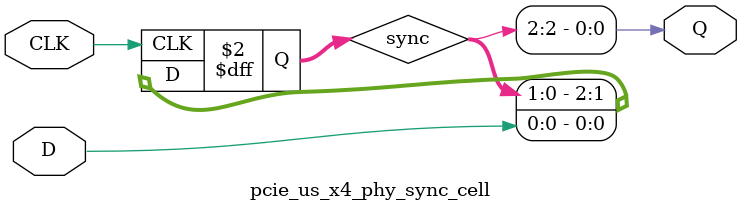
<source format=v>





`timescale 1ps / 1ps



//-------------------------------------------------------------------------------------------------
//  Synchronizer Library Module
//-------------------------------------------------------------------------------------------------
module pcie_us_x4_phy_sync_cell #
(
    parameter integer STAGE = 2
)
(
    //-------------------------------------------------------------------------- 
    //  Input Ports
    //-------------------------------------------------------------------------- 
    input                               CLK,
    input                               D,
    
    //-------------------------------------------------------------------------- 
    //  Output Ports
    //-------------------------------------------------------------------------- 
    output                              Q
);

    //-------------------------------------------------------------------------- 
    //  Synchronized Signals
    //--------------------------------------------------------------------------  
    (* KEEP = "TRUE", ASYNC_REG = "TRUE", SHIFT_EXTRACT = "NO" *) reg [STAGE:0] sync;                                                            



//--------------------------------------------------------------------------------------------------
//  Synchronizier
//--------------------------------------------------------------------------------------------------
always @ (posedge CLK)
begin

    sync <= {sync[(STAGE-1):0], D};
            
end   



//--------------------------------------------------------------------------------------------------
//  Generate Output
//--------------------------------------------------------------------------------------------------
assign Q = sync[STAGE];


endmodule


</source>
